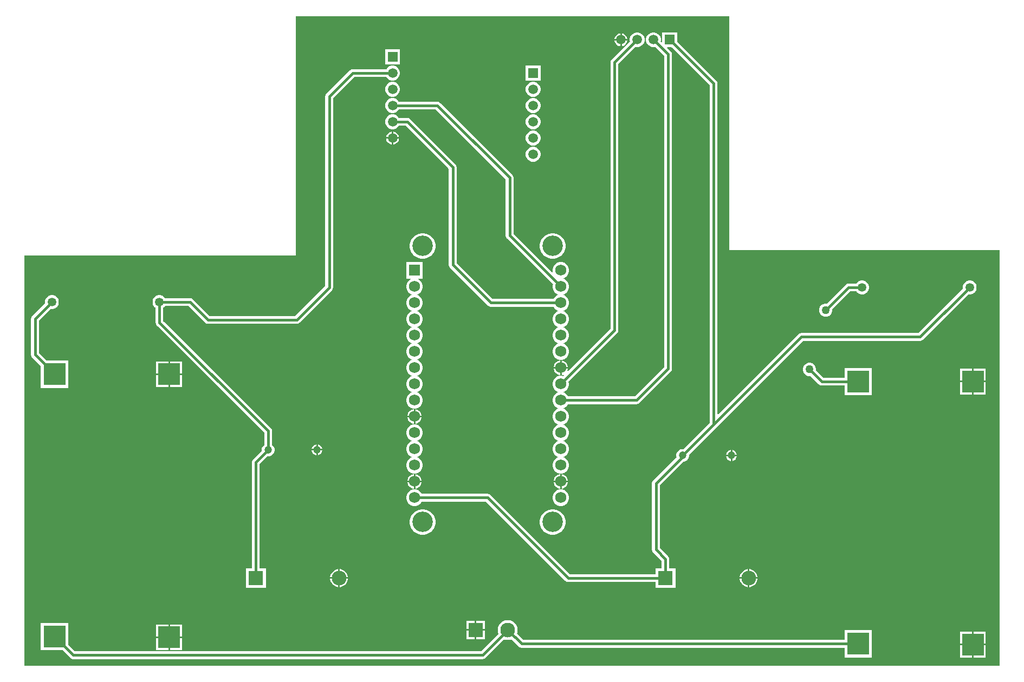
<source format=gbl>
G04*
G04 #@! TF.GenerationSoftware,Altium Limited,Altium Designer,24.1.2 (44)*
G04*
G04 Layer_Physical_Order=2*
G04 Layer_Color=16711680*
%FSLAX44Y44*%
%MOMM*%
G71*
G04*
G04 #@! TF.SameCoordinates,E0F3E5AA-E928-4F3E-A3F1-0B3BCF619B82*
G04*
G04*
G04 #@! TF.FilePolarity,Positive*
G04*
G01*
G75*
%ADD28C,0.4000*%
%ADD29R,1.5000X1.5000*%
%ADD30C,1.5000*%
%ADD31C,3.2000*%
%ADD32C,1.7526*%
%ADD33R,1.7526X1.7526*%
%ADD34C,1.3500*%
%ADD35R,2.3000X2.3000*%
%ADD36C,2.3000*%
%ADD37C,1.2000*%
%ADD38R,3.5000X3.5000*%
%ADD39R,1.5000X1.5000*%
%ADD40C,1.2700*%
G36*
X1101090Y650240D02*
X1524000D01*
Y0D01*
X0D01*
Y641350D01*
X424180D01*
Y1016000D01*
X1101090D01*
Y650240D01*
D02*
G37*
%LPC*%
G36*
X933502Y989210D02*
X933450D01*
Y980440D01*
X942220D01*
Y980492D01*
X941536Y983045D01*
X940214Y985335D01*
X938345Y987204D01*
X936055Y988526D01*
X933502Y989210D01*
D02*
G37*
G36*
X930910D02*
X930858D01*
X928305Y988526D01*
X926015Y987204D01*
X924146Y985335D01*
X922824Y983045D01*
X922140Y980492D01*
Y980440D01*
X930910D01*
Y989210D01*
D02*
G37*
G36*
X1019880Y990670D02*
X996880D01*
Y975581D01*
X995707Y975095D01*
X994198Y976603D01*
X994480Y977656D01*
Y980684D01*
X993696Y983609D01*
X992182Y986231D01*
X990041Y988372D01*
X987419Y989886D01*
X984494Y990670D01*
X981466D01*
X978541Y989886D01*
X975919Y988372D01*
X973778Y986231D01*
X972264Y983609D01*
X971480Y980684D01*
Y977656D01*
X972264Y974731D01*
X973778Y972109D01*
X975919Y969968D01*
X978541Y968454D01*
X981466Y967670D01*
X984494D01*
X985546Y967952D01*
X999723Y953776D01*
Y467354D01*
X953776Y421408D01*
X849406D01*
X848413Y423127D01*
X846037Y425503D01*
X843126Y427183D01*
X842485Y427355D01*
Y428625D01*
X843126Y428797D01*
X846037Y430477D01*
X848413Y432853D01*
X850093Y435764D01*
X850963Y439010D01*
Y442370D01*
X850449Y444288D01*
X926346Y520184D01*
X927672Y522169D01*
X928138Y524510D01*
Y941076D01*
X955014Y967952D01*
X956066Y967670D01*
X959094D01*
X962019Y968454D01*
X964641Y969968D01*
X966782Y972109D01*
X968296Y974731D01*
X969080Y977656D01*
Y980684D01*
X968296Y983609D01*
X966782Y986231D01*
X964641Y988372D01*
X962019Y989886D01*
X959094Y990670D01*
X956066D01*
X953141Y989886D01*
X950519Y988372D01*
X948378Y986231D01*
X946864Y983609D01*
X946080Y980684D01*
Y977656D01*
X946362Y976603D01*
X917694Y947936D01*
X916368Y945951D01*
X915902Y943610D01*
Y527044D01*
X849671Y460813D01*
X848655Y461592D01*
X848733Y461727D01*
X849503Y464602D01*
Y464820D01*
X839470D01*
Y454787D01*
X839688D01*
X842563Y455557D01*
X842698Y455635D01*
X843477Y454619D01*
X841798Y452939D01*
X839880Y453453D01*
X836520D01*
X833274Y452583D01*
X830363Y450903D01*
X827987Y448527D01*
X826307Y445616D01*
X825437Y442370D01*
Y439010D01*
X826307Y435764D01*
X827987Y432853D01*
X830363Y430477D01*
X833274Y428797D01*
X833915Y428625D01*
Y427355D01*
X833274Y427183D01*
X830363Y425503D01*
X827987Y423127D01*
X826307Y420216D01*
X825437Y416970D01*
Y413610D01*
X826307Y410364D01*
X827987Y407453D01*
X830363Y405077D01*
X833274Y403397D01*
X833915Y403225D01*
Y401955D01*
X833274Y401783D01*
X830363Y400103D01*
X827987Y397727D01*
X826307Y394816D01*
X825437Y391570D01*
Y388210D01*
X826307Y384964D01*
X827987Y382053D01*
X830363Y379677D01*
X833274Y377997D01*
X833915Y377825D01*
Y376555D01*
X833274Y376383D01*
X830363Y374703D01*
X827987Y372327D01*
X826307Y369416D01*
X825437Y366170D01*
Y362810D01*
X826307Y359564D01*
X827987Y356653D01*
X830363Y354277D01*
X833274Y352597D01*
X833915Y352425D01*
Y351155D01*
X833274Y350983D01*
X830363Y349303D01*
X827987Y346927D01*
X826307Y344016D01*
X825437Y340770D01*
Y337410D01*
X826307Y334164D01*
X827987Y331253D01*
X830363Y328877D01*
X833274Y327197D01*
X833915Y327025D01*
Y325755D01*
X833274Y325583D01*
X830363Y323903D01*
X827987Y321527D01*
X826307Y318616D01*
X825437Y315370D01*
Y312010D01*
X826307Y308764D01*
X827987Y305853D01*
X830363Y303477D01*
X833274Y301797D01*
X836520Y300927D01*
X839880D01*
X843126Y301797D01*
X846037Y303477D01*
X848413Y305853D01*
X850093Y308764D01*
X850963Y312010D01*
Y315370D01*
X850093Y318616D01*
X848413Y321527D01*
X846037Y323903D01*
X843126Y325583D01*
X842485Y325755D01*
Y327025D01*
X843126Y327197D01*
X846037Y328877D01*
X848413Y331253D01*
X850093Y334164D01*
X850963Y337410D01*
Y340770D01*
X850093Y344016D01*
X848413Y346927D01*
X846037Y349303D01*
X843126Y350983D01*
X842485Y351155D01*
Y352425D01*
X843126Y352597D01*
X846037Y354277D01*
X848413Y356653D01*
X850093Y359564D01*
X850963Y362810D01*
Y366170D01*
X850093Y369416D01*
X848413Y372327D01*
X846037Y374703D01*
X843126Y376383D01*
X842485Y376555D01*
Y377825D01*
X843126Y377997D01*
X846037Y379677D01*
X848413Y382053D01*
X850093Y384964D01*
X850963Y388210D01*
Y391570D01*
X850093Y394816D01*
X848413Y397727D01*
X846037Y400103D01*
X843126Y401783D01*
X842485Y401955D01*
Y403225D01*
X843126Y403397D01*
X846037Y405077D01*
X848413Y407453D01*
X849406Y409173D01*
X956310D01*
X958651Y409638D01*
X960636Y410964D01*
X1010166Y460494D01*
X1011492Y462479D01*
X1011957Y464820D01*
Y956310D01*
X1011492Y958651D01*
X1010166Y960636D01*
X1004305Y966497D01*
X1004791Y967670D01*
X1011228D01*
X1070843Y908056D01*
Y379724D01*
X1030042Y338923D01*
X1030016Y338930D01*
X1027383D01*
X1024840Y338248D01*
X1022560Y336932D01*
X1020698Y335070D01*
X1019381Y332790D01*
X1018700Y330247D01*
Y327613D01*
X1019109Y326086D01*
X982464Y289441D01*
X981138Y287456D01*
X980673Y285115D01*
Y181610D01*
X981138Y179269D01*
X982464Y177284D01*
X995682Y164066D01*
Y152660D01*
X986300D01*
Y143278D01*
X852164D01*
X728226Y267216D01*
X726241Y268542D01*
X723900Y269007D01*
X620806D01*
X619813Y270727D01*
X617437Y273103D01*
X614526Y274783D01*
X611280Y275653D01*
X607920D01*
X604674Y274783D01*
X601763Y273103D01*
X599387Y270727D01*
X597707Y267816D01*
X596837Y264570D01*
Y261210D01*
X597707Y257964D01*
X599387Y255053D01*
X601763Y252677D01*
X604674Y250997D01*
X607920Y250127D01*
X611280D01*
X614526Y250997D01*
X617437Y252677D01*
X619813Y255053D01*
X620806Y256772D01*
X721366D01*
X845304Y132834D01*
X847289Y131508D01*
X849630Y131042D01*
X986300D01*
Y121660D01*
X1017300D01*
Y152660D01*
X1007917D01*
Y166600D01*
X1007452Y168941D01*
X1006126Y170926D01*
X992907Y184144D01*
Y282581D01*
X1029257Y318930D01*
X1030016D01*
X1032560Y319611D01*
X1034840Y320928D01*
X1036702Y322790D01*
X1038018Y325070D01*
X1038700Y327613D01*
Y330247D01*
X1038693Y330272D01*
X1081286Y372864D01*
X1216654Y508232D01*
X1399720D01*
X1402061Y508698D01*
X1404046Y510024D01*
X1475236Y581214D01*
X1475775Y581070D01*
X1478605D01*
X1481339Y581803D01*
X1483790Y583218D01*
X1485792Y585219D01*
X1487207Y587671D01*
X1487940Y590405D01*
Y593235D01*
X1487207Y595969D01*
X1485792Y598421D01*
X1483790Y600422D01*
X1481339Y601837D01*
X1478605Y602570D01*
X1475775D01*
X1473040Y601837D01*
X1470589Y600422D01*
X1468588Y598421D01*
X1467172Y595969D01*
X1466440Y593235D01*
Y590405D01*
X1466584Y589866D01*
X1397186Y520467D01*
X1214120D01*
X1211779Y520002D01*
X1209794Y518676D01*
X1084251Y393132D01*
X1083077Y393618D01*
Y910590D01*
X1082612Y912931D01*
X1081286Y914916D01*
X1019880Y976321D01*
Y990670D01*
D02*
G37*
G36*
X942220Y977900D02*
X933450D01*
Y969130D01*
X933502D01*
X936055Y969814D01*
X938345Y971136D01*
X940214Y973005D01*
X941536Y975295D01*
X942220Y977848D01*
Y977900D01*
D02*
G37*
G36*
X930910D02*
X922140D01*
Y977848D01*
X922824Y975295D01*
X924146Y973005D01*
X926015Y971136D01*
X928305Y969814D01*
X930858Y969130D01*
X930910D01*
Y977900D01*
D02*
G37*
G36*
X586810Y964000D02*
X563810D01*
Y941000D01*
X586810D01*
Y964000D01*
D02*
G37*
G36*
X806520Y938600D02*
X783520D01*
Y915600D01*
X806520D01*
Y938600D01*
D02*
G37*
G36*
X576824D02*
X573796D01*
X570871Y937816D01*
X568249Y936302D01*
X566108Y934161D01*
X565563Y933217D01*
X513080D01*
X510739Y932752D01*
X508754Y931426D01*
X471924Y894596D01*
X470598Y892611D01*
X470132Y890270D01*
Y594354D01*
X422916Y547137D01*
X289554D01*
X263406Y573286D01*
X261421Y574612D01*
X259080Y575078D01*
X219881D01*
X219602Y575561D01*
X217600Y577562D01*
X215149Y578977D01*
X212415Y579710D01*
X209585D01*
X206850Y578977D01*
X204399Y577562D01*
X202398Y575561D01*
X200982Y573109D01*
X200250Y570375D01*
Y567545D01*
X200982Y564811D01*
X202398Y562359D01*
X204399Y560358D01*
X204882Y560079D01*
Y537105D01*
X205348Y534764D01*
X206674Y532779D01*
X374883Y364571D01*
Y345835D01*
X374860Y345822D01*
X372998Y343960D01*
X371682Y341680D01*
X371000Y339137D01*
Y336503D01*
X371007Y336478D01*
X357394Y322866D01*
X356068Y320881D01*
X355602Y318540D01*
Y152660D01*
X346220D01*
Y121660D01*
X377220D01*
Y152660D01*
X367837D01*
Y316006D01*
X379658Y327827D01*
X379683Y327820D01*
X382317D01*
X384860Y328502D01*
X387140Y329818D01*
X389002Y331680D01*
X390318Y333960D01*
X391000Y336503D01*
Y339137D01*
X390318Y341680D01*
X389002Y343960D01*
X387140Y345822D01*
X387118Y345835D01*
Y367105D01*
X386652Y369446D01*
X385326Y371430D01*
X217117Y539639D01*
Y560079D01*
X217600Y560358D01*
X219602Y562359D01*
X219881Y562842D01*
X256546D01*
X282694Y536694D01*
X284679Y535368D01*
X287020Y534902D01*
X425450D01*
X427791Y535368D01*
X429776Y536694D01*
X480576Y587494D01*
X481902Y589479D01*
X482368Y591820D01*
Y887736D01*
X515614Y920983D01*
X565563D01*
X566108Y920039D01*
X568249Y917898D01*
X570871Y916384D01*
X573796Y915600D01*
X576824D01*
X579749Y916384D01*
X582371Y917898D01*
X584512Y920039D01*
X586026Y922661D01*
X586810Y925586D01*
Y928614D01*
X586026Y931539D01*
X584512Y934161D01*
X582371Y936302D01*
X579749Y937816D01*
X576824Y938600D01*
D02*
G37*
G36*
X796534Y913200D02*
X793506D01*
X790581Y912416D01*
X787959Y910902D01*
X785818Y908761D01*
X784304Y906139D01*
X783520Y903214D01*
Y900186D01*
X784304Y897261D01*
X785818Y894639D01*
X787959Y892498D01*
X790581Y890984D01*
X793506Y890200D01*
X796534D01*
X799459Y890984D01*
X802081Y892498D01*
X804222Y894639D01*
X805736Y897261D01*
X806520Y900186D01*
Y903214D01*
X805736Y906139D01*
X804222Y908761D01*
X802081Y910902D01*
X799459Y912416D01*
X796534Y913200D01*
D02*
G37*
G36*
X576824D02*
X573796D01*
X570871Y912416D01*
X568249Y910902D01*
X566108Y908761D01*
X564594Y906139D01*
X563810Y903214D01*
Y900186D01*
X564594Y897261D01*
X566108Y894639D01*
X568249Y892498D01*
X570871Y890984D01*
X573796Y890200D01*
X576824D01*
X579749Y890984D01*
X582371Y892498D01*
X584512Y894639D01*
X586026Y897261D01*
X586810Y900186D01*
Y903214D01*
X586026Y906139D01*
X584512Y908761D01*
X582371Y910902D01*
X579749Y912416D01*
X576824Y913200D01*
D02*
G37*
G36*
X796534Y887800D02*
X793506D01*
X790581Y887016D01*
X787959Y885502D01*
X785818Y883361D01*
X784304Y880739D01*
X783520Y877814D01*
Y874786D01*
X784304Y871861D01*
X785818Y869239D01*
X787959Y867098D01*
X790581Y865584D01*
X793506Y864800D01*
X796534D01*
X799459Y865584D01*
X802081Y867098D01*
X804222Y869239D01*
X805736Y871861D01*
X806520Y874786D01*
Y877814D01*
X805736Y880739D01*
X804222Y883361D01*
X802081Y885502D01*
X799459Y887016D01*
X796534Y887800D01*
D02*
G37*
G36*
Y862400D02*
X793506D01*
X790581Y861616D01*
X787959Y860102D01*
X785818Y857961D01*
X784304Y855339D01*
X783520Y852414D01*
Y849386D01*
X784304Y846461D01*
X785818Y843839D01*
X787959Y841698D01*
X790581Y840184D01*
X793506Y839400D01*
X796534D01*
X799459Y840184D01*
X802081Y841698D01*
X804222Y843839D01*
X805736Y846461D01*
X806520Y849386D01*
Y852414D01*
X805736Y855339D01*
X804222Y857961D01*
X802081Y860102D01*
X799459Y861616D01*
X796534Y862400D01*
D02*
G37*
G36*
X576632Y835540D02*
X576580D01*
Y826770D01*
X585350D01*
Y826822D01*
X584666Y829375D01*
X583344Y831665D01*
X581475Y833534D01*
X579185Y834856D01*
X576632Y835540D01*
D02*
G37*
G36*
X574040D02*
X573988D01*
X571435Y834856D01*
X569145Y833534D01*
X567276Y831665D01*
X565954Y829375D01*
X565270Y826822D01*
Y826770D01*
X574040D01*
Y835540D01*
D02*
G37*
G36*
X585350Y824230D02*
X576580D01*
Y815460D01*
X576632D01*
X579185Y816144D01*
X581475Y817466D01*
X583344Y819335D01*
X584666Y821625D01*
X585350Y824178D01*
Y824230D01*
D02*
G37*
G36*
X574040D02*
X565270D01*
Y824178D01*
X565954Y821625D01*
X567276Y819335D01*
X569145Y817466D01*
X571435Y816144D01*
X573988Y815460D01*
X574040D01*
Y824230D01*
D02*
G37*
G36*
X796534Y837000D02*
X793506D01*
X790581Y836216D01*
X787959Y834702D01*
X785818Y832561D01*
X784304Y829939D01*
X783520Y827014D01*
Y823986D01*
X784304Y821061D01*
X785818Y818439D01*
X787959Y816298D01*
X790581Y814784D01*
X793506Y814000D01*
X796534D01*
X799459Y814784D01*
X802081Y816298D01*
X804222Y818439D01*
X805736Y821061D01*
X806520Y823986D01*
Y827014D01*
X805736Y829939D01*
X804222Y832561D01*
X802081Y834702D01*
X799459Y836216D01*
X796534Y837000D01*
D02*
G37*
G36*
Y811600D02*
X793506D01*
X790581Y810816D01*
X787959Y809302D01*
X785818Y807161D01*
X784304Y804539D01*
X783520Y801614D01*
Y798586D01*
X784304Y795661D01*
X785818Y793039D01*
X787959Y790898D01*
X790581Y789384D01*
X793506Y788600D01*
X796534D01*
X799459Y789384D01*
X802081Y790898D01*
X804222Y793039D01*
X805736Y795661D01*
X806520Y798586D01*
Y801614D01*
X805736Y804539D01*
X804222Y807161D01*
X802081Y809302D01*
X799459Y810816D01*
X796534Y811600D01*
D02*
G37*
G36*
X827470Y676590D02*
X823530D01*
X819666Y675821D01*
X816027Y674314D01*
X812751Y672125D01*
X809965Y669339D01*
X807776Y666064D01*
X806269Y662424D01*
X805500Y658560D01*
Y654620D01*
X806269Y650756D01*
X807776Y647116D01*
X809965Y643841D01*
X812751Y641055D01*
X816027Y638866D01*
X819666Y637359D01*
X823530Y636590D01*
X827470D01*
X831334Y637359D01*
X834974Y638866D01*
X838249Y641055D01*
X841035Y643841D01*
X843224Y647116D01*
X844731Y650756D01*
X845500Y654620D01*
Y658560D01*
X844731Y662424D01*
X843224Y666064D01*
X841035Y669339D01*
X838249Y672125D01*
X834974Y674314D01*
X831334Y675821D01*
X827470Y676590D01*
D02*
G37*
G36*
X624270D02*
X620330D01*
X616466Y675821D01*
X612826Y674314D01*
X609551Y672125D01*
X606765Y669339D01*
X604576Y666064D01*
X603069Y662424D01*
X602300Y658560D01*
Y654620D01*
X603069Y650756D01*
X604576Y647116D01*
X606765Y643841D01*
X609551Y641055D01*
X612826Y638866D01*
X616466Y637359D01*
X620330Y636590D01*
X624270D01*
X628134Y637359D01*
X631773Y638866D01*
X635049Y641055D01*
X637835Y643841D01*
X640024Y647116D01*
X641531Y650756D01*
X642300Y654620D01*
Y658560D01*
X641531Y662424D01*
X640024Y666064D01*
X637835Y669339D01*
X635049Y672125D01*
X631773Y674314D01*
X628134Y675821D01*
X624270Y676590D01*
D02*
G37*
G36*
X1310605Y602570D02*
X1307775D01*
X1305041Y601837D01*
X1302590Y600422D01*
X1300588Y598421D01*
X1300309Y597938D01*
X1287780D01*
X1285439Y597472D01*
X1283454Y596146D01*
X1253848Y566539D01*
X1253583Y566610D01*
X1250857D01*
X1248225Y565905D01*
X1245865Y564542D01*
X1243938Y562615D01*
X1242575Y560255D01*
X1241870Y557623D01*
Y554897D01*
X1242575Y552265D01*
X1243938Y549905D01*
X1245865Y547978D01*
X1248225Y546615D01*
X1250857Y545910D01*
X1253583D01*
X1256215Y546615D01*
X1258575Y547978D01*
X1260502Y549905D01*
X1261865Y552265D01*
X1262570Y554897D01*
Y557623D01*
X1262499Y557887D01*
X1290314Y585703D01*
X1300309D01*
X1300588Y585219D01*
X1302590Y583218D01*
X1305041Y581803D01*
X1307775Y581070D01*
X1310605D01*
X1313340Y581803D01*
X1315791Y583218D01*
X1317792Y585219D01*
X1319208Y587671D01*
X1319940Y590405D01*
Y593235D01*
X1319208Y595969D01*
X1317792Y598421D01*
X1315791Y600422D01*
X1313340Y601837D01*
X1310605Y602570D01*
D02*
G37*
G36*
X576824Y887800D02*
X573796D01*
X570871Y887016D01*
X568249Y885502D01*
X566108Y883361D01*
X564594Y880739D01*
X563810Y877814D01*
Y874786D01*
X564594Y871861D01*
X566108Y869239D01*
X568249Y867098D01*
X570871Y865584D01*
X573796Y864800D01*
X576824D01*
X579749Y865584D01*
X582371Y867098D01*
X584512Y869239D01*
X585057Y870182D01*
X642626D01*
X752073Y760736D01*
Y673100D01*
X752538Y670759D01*
X753864Y668774D01*
X825951Y596688D01*
X825437Y594770D01*
Y591410D01*
X826307Y588164D01*
X827987Y585253D01*
X830363Y582877D01*
X833274Y581197D01*
X833915Y581025D01*
Y579755D01*
X833274Y579583D01*
X830363Y577903D01*
X827987Y575527D01*
X826994Y573807D01*
X731514D01*
X675407Y629914D01*
Y779780D01*
X674942Y782121D01*
X673616Y784106D01*
X602496Y855226D01*
X600511Y856552D01*
X598170Y857018D01*
X585057D01*
X584512Y857961D01*
X582371Y860102D01*
X579749Y861616D01*
X576824Y862400D01*
X573796D01*
X570871Y861616D01*
X568249Y860102D01*
X566108Y857961D01*
X564594Y855339D01*
X563810Y852414D01*
Y849386D01*
X564594Y846461D01*
X566108Y843839D01*
X568249Y841698D01*
X570871Y840184D01*
X573796Y839400D01*
X576824D01*
X579749Y840184D01*
X582371Y841698D01*
X584512Y843839D01*
X585057Y844782D01*
X595636D01*
X663173Y777246D01*
Y627380D01*
X663638Y625039D01*
X664964Y623054D01*
X724654Y563364D01*
X726639Y562038D01*
X728980Y561572D01*
X826994D01*
X827987Y559853D01*
X830363Y557477D01*
X833274Y555797D01*
X833915Y555625D01*
Y554355D01*
X833274Y554183D01*
X830363Y552503D01*
X827987Y550127D01*
X826307Y547216D01*
X825437Y543970D01*
Y540610D01*
X826307Y537364D01*
X827987Y534453D01*
X830363Y532077D01*
X833274Y530397D01*
X833915Y530225D01*
Y528955D01*
X833274Y528783D01*
X830363Y527103D01*
X827987Y524727D01*
X826307Y521816D01*
X825437Y518570D01*
Y515210D01*
X826307Y511964D01*
X827987Y509053D01*
X830363Y506677D01*
X833274Y504997D01*
X833915Y504825D01*
Y503555D01*
X833274Y503383D01*
X830363Y501703D01*
X827987Y499327D01*
X826307Y496416D01*
X825437Y493170D01*
Y489810D01*
X826307Y486564D01*
X827987Y483653D01*
X830363Y481277D01*
X833274Y479597D01*
X836520Y478727D01*
X839880D01*
X843126Y479597D01*
X846037Y481277D01*
X848413Y483653D01*
X850093Y486564D01*
X850963Y489810D01*
Y493170D01*
X850093Y496416D01*
X848413Y499327D01*
X846037Y501703D01*
X843126Y503383D01*
X842485Y503555D01*
Y504825D01*
X843126Y504997D01*
X846037Y506677D01*
X848413Y509053D01*
X850093Y511964D01*
X850963Y515210D01*
Y518570D01*
X850093Y521816D01*
X848413Y524727D01*
X846037Y527103D01*
X843126Y528783D01*
X842485Y528955D01*
Y530225D01*
X843126Y530397D01*
X846037Y532077D01*
X848413Y534453D01*
X850093Y537364D01*
X850963Y540610D01*
Y543970D01*
X850093Y547216D01*
X848413Y550127D01*
X846037Y552503D01*
X843126Y554183D01*
X842485Y554355D01*
Y555625D01*
X843126Y555797D01*
X846037Y557477D01*
X848413Y559853D01*
X850093Y562764D01*
X850963Y566010D01*
Y569370D01*
X850093Y572616D01*
X848413Y575527D01*
X846037Y577903D01*
X843126Y579583D01*
X842485Y579755D01*
Y581025D01*
X843126Y581197D01*
X846037Y582877D01*
X848413Y585253D01*
X850093Y588164D01*
X850963Y591410D01*
Y594770D01*
X850093Y598016D01*
X848413Y600927D01*
X846037Y603303D01*
X843126Y604983D01*
X842485Y605155D01*
Y606425D01*
X843126Y606597D01*
X846037Y608277D01*
X848413Y610653D01*
X850093Y613564D01*
X850963Y616810D01*
Y620170D01*
X850093Y623416D01*
X848413Y626327D01*
X846037Y628703D01*
X843126Y630383D01*
X839880Y631253D01*
X836520D01*
X833274Y630383D01*
X830363Y628703D01*
X827987Y626327D01*
X826307Y623416D01*
X825437Y620170D01*
Y616810D01*
X825646Y616031D01*
X824546Y615396D01*
X764307Y675634D01*
Y763270D01*
X763842Y765611D01*
X762516Y767596D01*
X649486Y880626D01*
X647501Y881952D01*
X645160Y882418D01*
X585057D01*
X584512Y883361D01*
X582371Y885502D01*
X579749Y887016D01*
X576824Y887800D01*
D02*
G37*
G36*
X44415Y579710D02*
X41585D01*
X38851Y578977D01*
X36400Y577562D01*
X34398Y575561D01*
X32983Y573109D01*
X32250Y570375D01*
Y567545D01*
X32432Y566864D01*
X12184Y546616D01*
X10858Y544631D01*
X10393Y542290D01*
Y486410D01*
X10858Y484069D01*
X12184Y482084D01*
X25490Y468778D01*
Y434430D01*
X68490D01*
Y477430D01*
X34141D01*
X22627Y488944D01*
Y539756D01*
X41188Y558316D01*
X41585Y558210D01*
X44415D01*
X47150Y558943D01*
X49601Y560358D01*
X51602Y562359D01*
X53018Y564811D01*
X53750Y567545D01*
Y570375D01*
X53018Y573109D01*
X51602Y575561D01*
X49601Y577562D01*
X47150Y578977D01*
X44415Y579710D01*
D02*
G37*
G36*
X839688Y477393D02*
X839470D01*
Y467360D01*
X849503D01*
Y467578D01*
X848733Y470453D01*
X847245Y473030D01*
X845140Y475135D01*
X842563Y476623D01*
X839688Y477393D01*
D02*
G37*
G36*
X836930D02*
X836712D01*
X833837Y476623D01*
X831260Y475135D01*
X829155Y473030D01*
X827667Y470453D01*
X826897Y467578D01*
Y467360D01*
X836930D01*
Y477393D01*
D02*
G37*
G36*
X246100Y475970D02*
X227330D01*
Y457200D01*
X246100D01*
Y475970D01*
D02*
G37*
G36*
X224790D02*
X206020D01*
Y457200D01*
X224790D01*
Y475970D01*
D02*
G37*
G36*
X836930Y464820D02*
X826897D01*
Y464602D01*
X827667Y461727D01*
X829155Y459150D01*
X831260Y457045D01*
X833837Y455557D01*
X836712Y454787D01*
X836930D01*
Y464820D01*
D02*
G37*
G36*
X1502130Y464540D02*
X1483360D01*
Y445770D01*
X1502130D01*
Y464540D01*
D02*
G37*
G36*
X1480820D02*
X1462050D01*
Y445770D01*
X1480820D01*
Y464540D01*
D02*
G37*
G36*
X246100Y454660D02*
X227330D01*
Y435890D01*
X246100D01*
Y454660D01*
D02*
G37*
G36*
X224790D02*
X206020D01*
Y435890D01*
X224790D01*
Y454660D01*
D02*
G37*
G36*
X1502130Y443230D02*
X1483360D01*
Y424460D01*
X1502130D01*
Y443230D01*
D02*
G37*
G36*
X1480820D02*
X1462050D01*
Y424460D01*
X1480820D01*
Y443230D01*
D02*
G37*
G36*
X1228183Y473900D02*
X1225457D01*
X1222825Y473195D01*
X1220465Y471832D01*
X1218538Y469905D01*
X1217175Y467545D01*
X1216470Y464913D01*
Y462187D01*
X1217175Y459555D01*
X1218538Y457195D01*
X1220465Y455268D01*
X1222825Y453905D01*
X1225457Y453200D01*
X1228183D01*
X1228447Y453271D01*
X1241544Y440174D01*
X1243529Y438848D01*
X1245870Y438382D01*
X1281520D01*
Y423000D01*
X1324520D01*
Y466000D01*
X1281520D01*
Y450617D01*
X1248404D01*
X1237099Y461922D01*
X1237170Y462187D01*
Y464913D01*
X1236465Y467545D01*
X1235102Y469905D01*
X1233175Y471832D01*
X1230815Y473195D01*
X1228183Y473900D01*
D02*
G37*
G36*
X622363Y631253D02*
X596837D01*
Y605727D01*
X603422D01*
X603762Y604457D01*
X601763Y603303D01*
X599387Y600927D01*
X597707Y598016D01*
X596837Y594770D01*
Y591410D01*
X597707Y588164D01*
X599387Y585253D01*
X601763Y582877D01*
X604674Y581197D01*
X605315Y581025D01*
Y579755D01*
X604674Y579583D01*
X601763Y577903D01*
X599387Y575527D01*
X597707Y572616D01*
X596837Y569370D01*
Y566010D01*
X597707Y562764D01*
X599387Y559853D01*
X601763Y557477D01*
X604674Y555797D01*
X605315Y555625D01*
Y554355D01*
X604674Y554183D01*
X601763Y552503D01*
X599387Y550127D01*
X597707Y547216D01*
X596837Y543970D01*
Y540610D01*
X597707Y537364D01*
X599387Y534453D01*
X601763Y532077D01*
X604674Y530397D01*
X605315Y530225D01*
Y528955D01*
X604674Y528783D01*
X601763Y527103D01*
X599387Y524727D01*
X597707Y521816D01*
X596837Y518570D01*
Y515210D01*
X597707Y511964D01*
X599387Y509053D01*
X601763Y506677D01*
X604674Y504997D01*
X605315Y504825D01*
Y503555D01*
X604674Y503383D01*
X601763Y501703D01*
X599387Y499327D01*
X597707Y496416D01*
X596837Y493170D01*
Y489810D01*
X597707Y486564D01*
X599387Y483653D01*
X601763Y481277D01*
X604674Y479597D01*
X605315Y479425D01*
Y478155D01*
X604674Y477983D01*
X601763Y476303D01*
X599387Y473927D01*
X597707Y471016D01*
X596837Y467770D01*
Y464410D01*
X597707Y461164D01*
X599387Y458253D01*
X601763Y455877D01*
X604674Y454197D01*
X605315Y454025D01*
Y452755D01*
X604674Y452583D01*
X601763Y450903D01*
X599387Y448527D01*
X597707Y445616D01*
X596837Y442370D01*
Y439010D01*
X597707Y435764D01*
X599387Y432853D01*
X601763Y430477D01*
X604674Y428797D01*
X605315Y428625D01*
Y427355D01*
X604674Y427183D01*
X601763Y425503D01*
X599387Y423127D01*
X597707Y420216D01*
X596837Y416970D01*
Y413610D01*
X597707Y410364D01*
X599387Y407453D01*
X601763Y405077D01*
X604674Y403397D01*
X607920Y402527D01*
X611280D01*
X614526Y403397D01*
X617437Y405077D01*
X619813Y407453D01*
X621493Y410364D01*
X622363Y413610D01*
Y416970D01*
X621493Y420216D01*
X619813Y423127D01*
X617437Y425503D01*
X614526Y427183D01*
X613885Y427355D01*
Y428625D01*
X614526Y428797D01*
X617437Y430477D01*
X619813Y432853D01*
X621493Y435764D01*
X622363Y439010D01*
Y442370D01*
X621493Y445616D01*
X619813Y448527D01*
X617437Y450903D01*
X614526Y452583D01*
X613885Y452755D01*
Y454025D01*
X614526Y454197D01*
X617437Y455877D01*
X619813Y458253D01*
X621493Y461164D01*
X622363Y464410D01*
Y467770D01*
X621493Y471016D01*
X619813Y473927D01*
X617437Y476303D01*
X614526Y477983D01*
X613885Y478155D01*
Y479425D01*
X614526Y479597D01*
X617437Y481277D01*
X619813Y483653D01*
X621493Y486564D01*
X622363Y489810D01*
Y493170D01*
X621493Y496416D01*
X619813Y499327D01*
X617437Y501703D01*
X614526Y503383D01*
X613885Y503555D01*
Y504825D01*
X614526Y504997D01*
X617437Y506677D01*
X619813Y509053D01*
X621493Y511964D01*
X622363Y515210D01*
Y518570D01*
X621493Y521816D01*
X619813Y524727D01*
X617437Y527103D01*
X614526Y528783D01*
X613885Y528955D01*
Y530225D01*
X614526Y530397D01*
X617437Y532077D01*
X619813Y534453D01*
X621493Y537364D01*
X622363Y540610D01*
Y543970D01*
X621493Y547216D01*
X619813Y550127D01*
X617437Y552503D01*
X614526Y554183D01*
X613885Y554355D01*
Y555625D01*
X614526Y555797D01*
X617437Y557477D01*
X619813Y559853D01*
X621493Y562764D01*
X622363Y566010D01*
Y569370D01*
X621493Y572616D01*
X619813Y575527D01*
X617437Y577903D01*
X614526Y579583D01*
X613885Y579755D01*
Y581025D01*
X614526Y581197D01*
X617437Y582877D01*
X619813Y585253D01*
X621493Y588164D01*
X622363Y591410D01*
Y594770D01*
X621493Y598016D01*
X619813Y600927D01*
X617437Y603303D01*
X615438Y604457D01*
X615778Y605727D01*
X622363D01*
Y631253D01*
D02*
G37*
G36*
X611088Y401193D02*
X610870D01*
Y391160D01*
X620903D01*
Y391378D01*
X620133Y394253D01*
X618645Y396830D01*
X616540Y398935D01*
X613963Y400423D01*
X611088Y401193D01*
D02*
G37*
G36*
X608330D02*
X608112D01*
X605237Y400423D01*
X602660Y398935D01*
X600555Y396830D01*
X599067Y394253D01*
X598297Y391378D01*
Y391160D01*
X608330D01*
Y401193D01*
D02*
G37*
G36*
X620903Y388620D02*
X610870D01*
Y378587D01*
X611088D01*
X613963Y379357D01*
X616540Y380845D01*
X618645Y382950D01*
X620133Y385527D01*
X620903Y388402D01*
Y388620D01*
D02*
G37*
G36*
X608330D02*
X598297D01*
Y388402D01*
X599067Y385527D01*
X600555Y382950D01*
X602660Y380845D01*
X605237Y379357D01*
X608112Y378587D01*
X608330D01*
Y388620D01*
D02*
G37*
G36*
X458470Y346321D02*
Y339090D01*
X465701D01*
X465158Y341116D01*
X464034Y343064D01*
X462444Y344654D01*
X460496Y345778D01*
X458470Y346321D01*
D02*
G37*
G36*
X455930D02*
X453904Y345778D01*
X451956Y344654D01*
X450366Y343064D01*
X449242Y341116D01*
X448699Y339090D01*
X455930D01*
Y346321D01*
D02*
G37*
G36*
X1106170Y337431D02*
Y330200D01*
X1113401D01*
X1112858Y332226D01*
X1111734Y334174D01*
X1110144Y335764D01*
X1108196Y336888D01*
X1106170Y337431D01*
D02*
G37*
G36*
X1103630D02*
X1101604Y336888D01*
X1099656Y335764D01*
X1098066Y334174D01*
X1096942Y332226D01*
X1096399Y330200D01*
X1103630D01*
Y337431D01*
D02*
G37*
G36*
X465701Y336550D02*
X458470D01*
Y329319D01*
X460496Y329862D01*
X462444Y330986D01*
X464034Y332576D01*
X465158Y334524D01*
X465701Y336550D01*
D02*
G37*
G36*
X455930D02*
X448699D01*
X449242Y334524D01*
X450366Y332576D01*
X451956Y330986D01*
X453904Y329862D01*
X455930Y329319D01*
Y336550D01*
D02*
G37*
G36*
X1113401Y327660D02*
X1106170D01*
Y320429D01*
X1108196Y320972D01*
X1110144Y322096D01*
X1111734Y323686D01*
X1112858Y325634D01*
X1113401Y327660D01*
D02*
G37*
G36*
X1103630D02*
X1096399D01*
X1096942Y325634D01*
X1098066Y323686D01*
X1099656Y322096D01*
X1101604Y320972D01*
X1103630Y320429D01*
Y327660D01*
D02*
G37*
G36*
X611280Y377253D02*
X607920D01*
X604674Y376383D01*
X601763Y374703D01*
X599387Y372327D01*
X597707Y369416D01*
X596837Y366170D01*
Y362810D01*
X597707Y359564D01*
X599387Y356653D01*
X601763Y354277D01*
X604674Y352597D01*
X605315Y352425D01*
Y351155D01*
X604674Y350983D01*
X601763Y349303D01*
X599387Y346927D01*
X597707Y344016D01*
X596837Y340770D01*
Y337410D01*
X597707Y334164D01*
X599387Y331253D01*
X601763Y328877D01*
X604674Y327197D01*
X605315Y327025D01*
Y325755D01*
X604674Y325583D01*
X601763Y323903D01*
X599387Y321527D01*
X597707Y318616D01*
X596837Y315370D01*
Y312010D01*
X597707Y308764D01*
X599387Y305853D01*
X601763Y303477D01*
X604674Y301797D01*
X607920Y300927D01*
X611280D01*
X614526Y301797D01*
X617437Y303477D01*
X619813Y305853D01*
X621493Y308764D01*
X622363Y312010D01*
Y315370D01*
X621493Y318616D01*
X619813Y321527D01*
X617437Y323903D01*
X614526Y325583D01*
X613885Y325755D01*
Y327025D01*
X614526Y327197D01*
X617437Y328877D01*
X619813Y331253D01*
X621493Y334164D01*
X622363Y337410D01*
Y340770D01*
X621493Y344016D01*
X619813Y346927D01*
X617437Y349303D01*
X614526Y350983D01*
X613885Y351155D01*
Y352425D01*
X614526Y352597D01*
X617437Y354277D01*
X619813Y356653D01*
X621493Y359564D01*
X622363Y362810D01*
Y366170D01*
X621493Y369416D01*
X619813Y372327D01*
X617437Y374703D01*
X614526Y376383D01*
X611280Y377253D01*
D02*
G37*
G36*
X839688Y299593D02*
X839470D01*
Y289560D01*
X849503D01*
Y289778D01*
X848733Y292653D01*
X847245Y295230D01*
X845140Y297335D01*
X842563Y298823D01*
X839688Y299593D01*
D02*
G37*
G36*
X836930D02*
X836712D01*
X833837Y298823D01*
X831260Y297335D01*
X829155Y295230D01*
X827667Y292653D01*
X826897Y289778D01*
Y289560D01*
X836930D01*
Y299593D01*
D02*
G37*
G36*
X611088D02*
X610870D01*
Y289560D01*
X620903D01*
Y289778D01*
X620133Y292653D01*
X618645Y295230D01*
X616540Y297335D01*
X613963Y298823D01*
X611088Y299593D01*
D02*
G37*
G36*
X608330D02*
X608112D01*
X605237Y298823D01*
X602660Y297335D01*
X600555Y295230D01*
X599067Y292653D01*
X598297Y289778D01*
Y289560D01*
X608330D01*
Y299593D01*
D02*
G37*
G36*
X849503Y287020D02*
X839470D01*
Y276987D01*
X839688D01*
X842563Y277757D01*
X845140Y279245D01*
X847245Y281350D01*
X848733Y283927D01*
X849503Y286802D01*
Y287020D01*
D02*
G37*
G36*
X836930D02*
X826897D01*
Y286802D01*
X827667Y283927D01*
X829155Y281350D01*
X831260Y279245D01*
X833837Y277757D01*
X836712Y276987D01*
X836930D01*
Y287020D01*
D02*
G37*
G36*
X620903D02*
X610870D01*
Y276987D01*
X611088D01*
X613963Y277757D01*
X616540Y279245D01*
X618645Y281350D01*
X620133Y283927D01*
X620903Y286802D01*
Y287020D01*
D02*
G37*
G36*
X608330D02*
X598297D01*
Y286802D01*
X599067Y283927D01*
X600555Y281350D01*
X602660Y279245D01*
X605237Y277757D01*
X608112Y276987D01*
X608330D01*
Y287020D01*
D02*
G37*
G36*
X839880Y275653D02*
X836520D01*
X833274Y274783D01*
X830363Y273103D01*
X827987Y270727D01*
X826307Y267816D01*
X825437Y264570D01*
Y261210D01*
X826307Y257964D01*
X827987Y255053D01*
X830363Y252677D01*
X833274Y250997D01*
X836520Y250127D01*
X839880D01*
X843126Y250997D01*
X846037Y252677D01*
X848413Y255053D01*
X850093Y257964D01*
X850963Y261210D01*
Y264570D01*
X850093Y267816D01*
X848413Y270727D01*
X846037Y273103D01*
X843126Y274783D01*
X839880Y275653D01*
D02*
G37*
G36*
X827470Y244790D02*
X823530D01*
X819666Y244021D01*
X816027Y242514D01*
X812751Y240325D01*
X809965Y237539D01*
X807776Y234263D01*
X806269Y230624D01*
X805500Y226760D01*
Y222820D01*
X806269Y218956D01*
X807776Y215317D01*
X809965Y212041D01*
X812751Y209255D01*
X816027Y207066D01*
X819666Y205559D01*
X823530Y204790D01*
X827470D01*
X831334Y205559D01*
X834974Y207066D01*
X838249Y209255D01*
X841035Y212041D01*
X843224Y215317D01*
X844731Y218956D01*
X845500Y222820D01*
Y226760D01*
X844731Y230624D01*
X843224Y234263D01*
X841035Y237539D01*
X838249Y240325D01*
X834974Y242514D01*
X831334Y244021D01*
X827470Y244790D01*
D02*
G37*
G36*
X624270D02*
X620330D01*
X616466Y244021D01*
X612826Y242514D01*
X609551Y240325D01*
X606765Y237539D01*
X604576Y234263D01*
X603069Y230624D01*
X602300Y226760D01*
Y222820D01*
X603069Y218956D01*
X604576Y215317D01*
X606765Y212041D01*
X609551Y209255D01*
X612826Y207066D01*
X616466Y205559D01*
X620330Y204790D01*
X624270D01*
X628134Y205559D01*
X631773Y207066D01*
X635049Y209255D01*
X637835Y212041D01*
X640024Y215317D01*
X641531Y218956D01*
X642300Y222820D01*
Y226760D01*
X641531Y230624D01*
X640024Y234263D01*
X637835Y237539D01*
X635049Y240325D01*
X631773Y242514D01*
X628134Y244021D01*
X624270Y244790D01*
D02*
G37*
G36*
X1133649Y151200D02*
X1133070D01*
Y138430D01*
X1145840D01*
Y139008D01*
X1144883Y142579D01*
X1143035Y145781D01*
X1140421Y148395D01*
X1137219Y150243D01*
X1133649Y151200D01*
D02*
G37*
G36*
X1130530D02*
X1129952D01*
X1126381Y150243D01*
X1123179Y148395D01*
X1120565Y145781D01*
X1118717Y142579D01*
X1117760Y139008D01*
Y138430D01*
X1130530D01*
Y151200D01*
D02*
G37*
G36*
X493568D02*
X492990D01*
Y138430D01*
X505760D01*
Y139008D01*
X504803Y142579D01*
X502955Y145781D01*
X500341Y148395D01*
X497139Y150243D01*
X493568Y151200D01*
D02*
G37*
G36*
X490450D02*
X489872D01*
X486301Y150243D01*
X483099Y148395D01*
X480485Y145781D01*
X478637Y142579D01*
X477680Y139008D01*
Y138430D01*
X490450D01*
Y151200D01*
D02*
G37*
G36*
X1145840Y135890D02*
X1133070D01*
Y123120D01*
X1133649D01*
X1137219Y124077D01*
X1140421Y125925D01*
X1143035Y128539D01*
X1144883Y131741D01*
X1145840Y135312D01*
Y135890D01*
D02*
G37*
G36*
X1130530D02*
X1117760D01*
Y135312D01*
X1118717Y131741D01*
X1120565Y128539D01*
X1123179Y125925D01*
X1126381Y124077D01*
X1129952Y123120D01*
X1130530D01*
Y135890D01*
D02*
G37*
G36*
X505760D02*
X492990D01*
Y123120D01*
X493568D01*
X497139Y124077D01*
X500341Y125925D01*
X502955Y128539D01*
X504803Y131741D01*
X505760Y135312D01*
Y135890D01*
D02*
G37*
G36*
X490450D02*
X477680D01*
Y135312D01*
X478637Y131741D01*
X480485Y128539D01*
X483099Y125925D01*
X486301Y124077D01*
X489872Y123120D01*
X490450D01*
Y135890D01*
D02*
G37*
G36*
X719290Y69920D02*
X706520D01*
Y57150D01*
X719290D01*
Y69920D01*
D02*
G37*
G36*
X703980D02*
X691210D01*
Y57150D01*
X703980D01*
Y69920D01*
D02*
G37*
G36*
X246100Y64490D02*
X227330D01*
Y45720D01*
X246100D01*
Y64490D01*
D02*
G37*
G36*
X224790D02*
X206020D01*
Y45720D01*
X224790D01*
Y64490D01*
D02*
G37*
G36*
X719290Y54610D02*
X706520D01*
Y41840D01*
X719290D01*
Y54610D01*
D02*
G37*
G36*
X703980D02*
X691210D01*
Y41840D01*
X703980D01*
Y54610D01*
D02*
G37*
G36*
X1502130Y53060D02*
X1483360D01*
Y34290D01*
X1502130D01*
Y53060D01*
D02*
G37*
G36*
X1480820D02*
X1462050D01*
Y34290D01*
X1480820D01*
Y53060D01*
D02*
G37*
G36*
X246100Y43180D02*
X227330D01*
Y24410D01*
X246100D01*
Y43180D01*
D02*
G37*
G36*
X224790D02*
X206020D01*
Y24410D01*
X224790D01*
Y43180D01*
D02*
G37*
G36*
X756777Y71380D02*
X753724D01*
X750729Y70784D01*
X747908Y69616D01*
X745369Y67920D01*
X743211Y65761D01*
X741514Y63222D01*
X740346Y60401D01*
X739750Y57407D01*
Y54353D01*
X740346Y51359D01*
X740853Y50134D01*
X713346Y22627D01*
X78734D01*
X68490Y32871D01*
Y67220D01*
X25490D01*
Y24220D01*
X59839D01*
X71874Y12184D01*
X73859Y10858D01*
X76200Y10393D01*
X715880D01*
X718221Y10858D01*
X720206Y12184D01*
X749504Y41483D01*
X750729Y40976D01*
X753724Y40380D01*
X756777D01*
X759771Y40976D01*
X760996Y41483D01*
X772514Y29964D01*
X774499Y28638D01*
X776840Y28173D01*
X1281520D01*
Y12790D01*
X1324520D01*
Y55790D01*
X1281520D01*
Y40408D01*
X779374D01*
X769647Y50134D01*
X770154Y51359D01*
X770750Y54353D01*
Y57407D01*
X770154Y60401D01*
X768986Y63222D01*
X767290Y65761D01*
X765131Y67920D01*
X762592Y69616D01*
X759771Y70784D01*
X756777Y71380D01*
D02*
G37*
G36*
X1502130Y31750D02*
X1483360D01*
Y12980D01*
X1502130D01*
Y31750D01*
D02*
G37*
G36*
X1480820D02*
X1462050D01*
Y12980D01*
X1480820D01*
Y31750D01*
D02*
G37*
%LPD*%
D28*
X16510Y542290D02*
X43000Y568780D01*
X16510Y486410D02*
X46990Y455930D01*
X16510Y486410D02*
Y542290D01*
X43000Y568780D02*
Y568960D01*
X381000Y337820D02*
Y367105D01*
X211000Y537105D02*
X381000Y367105D01*
X361720Y318540D02*
X381000Y337820D01*
X211000Y537105D02*
Y568960D01*
X986790Y181610D02*
X1001800Y166600D01*
X986790Y181610D02*
Y285115D01*
X1028700Y327025D01*
X1076960Y377190D02*
X1214120Y514350D01*
X1008380Y979170D02*
X1076960Y910590D01*
X1028700Y328930D02*
X1076960Y377190D01*
Y910590D01*
X956310Y415290D02*
X1005840Y464820D01*
Y956310D01*
X838200Y415290D02*
X956310D01*
X982980Y979170D02*
X1005840Y956310D01*
X669290Y627380D02*
Y779780D01*
X575310Y850900D02*
X598170D01*
X669290Y779780D01*
X645160Y876300D02*
X758190Y763270D01*
X669290Y627380D02*
X728980Y567690D01*
X838200D01*
X575310Y876300D02*
X645160D01*
X758190Y673100D02*
Y763270D01*
Y673100D02*
X838200Y593090D01*
X922020Y943610D02*
X957580Y979170D01*
X922020Y524510D02*
Y943610D01*
X838200Y440690D02*
X922020Y524510D01*
X476250Y890270D02*
X513080Y927100D01*
X575310D01*
X476250Y591820D02*
Y890270D01*
X425450Y541020D02*
X476250Y591820D01*
X287020Y541020D02*
X425450D01*
X211000Y568960D02*
X259080D01*
X287020Y541020D01*
X361720Y137160D02*
Y318540D01*
X715880Y16510D02*
X755250Y55880D01*
X76200Y16510D02*
X715880D01*
X46990Y45720D02*
X76200Y16510D01*
X1028700Y327025D02*
Y328930D01*
X1001800Y137160D02*
Y166600D01*
X1214120Y514350D02*
X1399720D01*
X1252220Y556260D02*
X1287780Y591820D01*
X1309190D01*
X1226820Y463550D02*
X1245870Y444500D01*
X1303020D01*
X1399720Y514350D02*
X1477190Y591820D01*
X849630Y137160D02*
X1001800D01*
X723900Y262890D02*
X849630Y137160D01*
X609600Y262890D02*
X723900D01*
X776840Y34290D02*
X1303020D01*
X755250Y55880D02*
X776840Y34290D01*
D29*
X795020Y927100D02*
D03*
X575310Y952500D02*
D03*
D30*
X795020Y901700D02*
D03*
Y876300D02*
D03*
Y850900D02*
D03*
Y825500D02*
D03*
Y800100D02*
D03*
X575310Y927100D02*
D03*
Y901700D02*
D03*
Y876300D02*
D03*
Y850900D02*
D03*
Y825500D02*
D03*
X982980Y979170D02*
D03*
X957580D02*
D03*
X932180D02*
D03*
D31*
X622300Y224790D02*
D03*
X825500D02*
D03*
Y656590D02*
D03*
X622300D02*
D03*
D32*
X838200Y262890D02*
D03*
Y288290D02*
D03*
Y313690D02*
D03*
Y339090D02*
D03*
Y364490D02*
D03*
Y389890D02*
D03*
Y415290D02*
D03*
Y440690D02*
D03*
Y466090D02*
D03*
Y491490D02*
D03*
Y516890D02*
D03*
Y542290D02*
D03*
Y567690D02*
D03*
Y593090D02*
D03*
Y618490D02*
D03*
X609600Y262890D02*
D03*
Y288290D02*
D03*
Y313690D02*
D03*
Y339090D02*
D03*
Y364490D02*
D03*
Y389890D02*
D03*
Y415290D02*
D03*
Y440690D02*
D03*
Y466090D02*
D03*
Y491490D02*
D03*
Y516890D02*
D03*
Y542290D02*
D03*
Y567690D02*
D03*
Y593090D02*
D03*
D33*
Y618490D02*
D03*
D34*
X1309190Y591820D02*
D03*
X1477190D02*
D03*
X43000Y568960D02*
D03*
X211000D02*
D03*
D35*
X1001800Y137160D02*
D03*
X361720D02*
D03*
X705250Y55880D02*
D03*
D36*
X1131800Y137160D02*
D03*
X491720D02*
D03*
X755250Y55880D02*
D03*
D37*
X457200Y337820D02*
D03*
X381000D02*
D03*
X1028700Y328930D02*
D03*
X1104900D02*
D03*
D38*
X1303020Y444500D02*
D03*
X1482090D02*
D03*
Y33020D02*
D03*
X1303020Y34290D02*
D03*
X46990Y455930D02*
D03*
X226060D02*
D03*
Y44450D02*
D03*
X46990Y45720D02*
D03*
D39*
X1008380Y979170D02*
D03*
D40*
X1252220Y556260D02*
D03*
X1226820Y463550D02*
D03*
M02*

</source>
